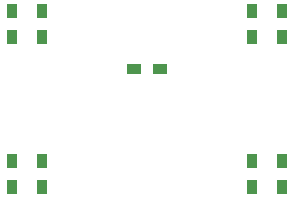
<source format=gtp>
G04 #@! TF.FileFunction,Paste,Top*
%FSLAX46Y46*%
G04 Gerber Fmt 4.6, Leading zero omitted, Abs format (unit mm)*
G04 Created by KiCad (PCBNEW (2016-03-06 BZR 6610)-product) date 2016 April 20, Wednesday 18:41:49*
%MOMM*%
G01*
G04 APERTURE LIST*
%ADD10C,0.100000*%
%ADD11R,0.900000X1.200000*%
%ADD12R,1.200000X0.900000*%
G04 APERTURE END LIST*
D10*
D11*
X138570000Y-105250000D03*
X138570000Y-107450000D03*
X141110000Y-107450000D03*
X141110000Y-105250000D03*
X158890000Y-105250000D03*
X158890000Y-107450000D03*
X161430000Y-107450000D03*
X161430000Y-105250000D03*
X138570000Y-94750000D03*
X138570000Y-92550000D03*
X141110000Y-92550000D03*
X141110000Y-94750000D03*
X158890000Y-94750000D03*
X158890000Y-92550000D03*
X161430000Y-92550000D03*
X161430000Y-94750000D03*
D12*
X151100000Y-97460000D03*
X148900000Y-97460000D03*
M02*

</source>
